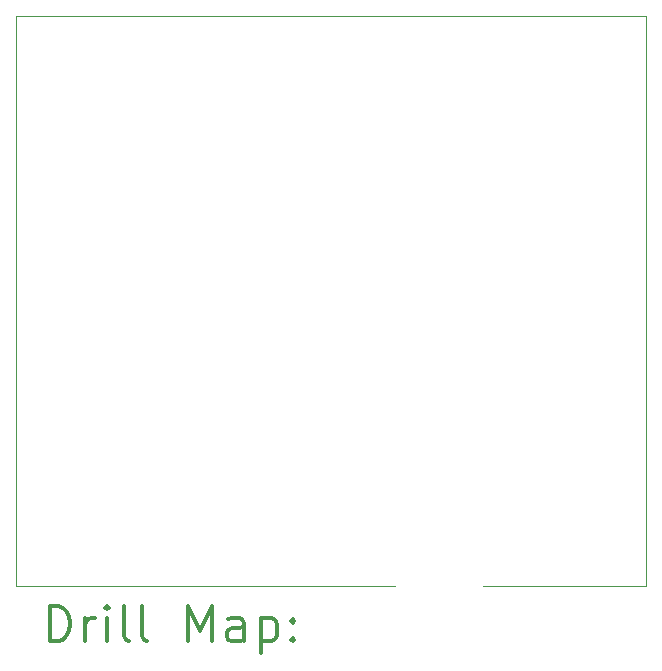
<source format=gbr>
%FSLAX45Y45*%
G04 Gerber Fmt 4.5, Leading zero omitted, Abs format (unit mm)*
G04 Created by KiCad (PCBNEW (5.1.10)-1) date 2021-12-04 16:45:13*
%MOMM*%
%LPD*%
G01*
G04 APERTURE LIST*
%TA.AperFunction,Profile*%
%ADD10C,0.038100*%
%TD*%
%ADD11C,0.200000*%
%ADD12C,0.300000*%
G04 APERTURE END LIST*
D10*
X6604000Y-10922000D02*
X6495000Y-10922000D01*
X5722000Y-10922000D02*
X5745000Y-10922000D01*
X5588000Y-10922000D02*
X5722000Y-10922000D01*
X2540000Y-10922000D02*
X5588000Y-10922000D01*
X7874000Y-10922000D02*
X6604000Y-10922000D01*
X7874000Y-6096000D02*
X7874000Y-10922000D01*
X2540000Y-6096000D02*
X7874000Y-6096000D01*
X2540000Y-10922000D02*
X2540000Y-6096000D01*
D11*
D12*
X2824523Y-11392714D02*
X2824523Y-11092714D01*
X2895952Y-11092714D01*
X2938809Y-11107000D01*
X2967381Y-11135572D01*
X2981666Y-11164143D01*
X2995952Y-11221286D01*
X2995952Y-11264143D01*
X2981666Y-11321286D01*
X2967381Y-11349857D01*
X2938809Y-11378429D01*
X2895952Y-11392714D01*
X2824523Y-11392714D01*
X3124523Y-11392714D02*
X3124523Y-11192714D01*
X3124523Y-11249857D02*
X3138809Y-11221286D01*
X3153095Y-11207000D01*
X3181666Y-11192714D01*
X3210238Y-11192714D01*
X3310238Y-11392714D02*
X3310238Y-11192714D01*
X3310238Y-11092714D02*
X3295952Y-11107000D01*
X3310238Y-11121286D01*
X3324523Y-11107000D01*
X3310238Y-11092714D01*
X3310238Y-11121286D01*
X3495952Y-11392714D02*
X3467381Y-11378429D01*
X3453095Y-11349857D01*
X3453095Y-11092714D01*
X3653095Y-11392714D02*
X3624523Y-11378429D01*
X3610238Y-11349857D01*
X3610238Y-11092714D01*
X3995952Y-11392714D02*
X3995952Y-11092714D01*
X4095952Y-11307000D01*
X4195952Y-11092714D01*
X4195952Y-11392714D01*
X4467381Y-11392714D02*
X4467381Y-11235571D01*
X4453095Y-11207000D01*
X4424523Y-11192714D01*
X4367381Y-11192714D01*
X4338809Y-11207000D01*
X4467381Y-11378429D02*
X4438809Y-11392714D01*
X4367381Y-11392714D01*
X4338809Y-11378429D01*
X4324523Y-11349857D01*
X4324523Y-11321286D01*
X4338809Y-11292714D01*
X4367381Y-11278429D01*
X4438809Y-11278429D01*
X4467381Y-11264143D01*
X4610238Y-11192714D02*
X4610238Y-11492714D01*
X4610238Y-11207000D02*
X4638809Y-11192714D01*
X4695952Y-11192714D01*
X4724523Y-11207000D01*
X4738809Y-11221286D01*
X4753095Y-11249857D01*
X4753095Y-11335571D01*
X4738809Y-11364143D01*
X4724523Y-11378429D01*
X4695952Y-11392714D01*
X4638809Y-11392714D01*
X4610238Y-11378429D01*
X4881666Y-11364143D02*
X4895952Y-11378429D01*
X4881666Y-11392714D01*
X4867381Y-11378429D01*
X4881666Y-11364143D01*
X4881666Y-11392714D01*
X4881666Y-11207000D02*
X4895952Y-11221286D01*
X4881666Y-11235571D01*
X4867381Y-11221286D01*
X4881666Y-11207000D01*
X4881666Y-11235571D01*
M02*

</source>
